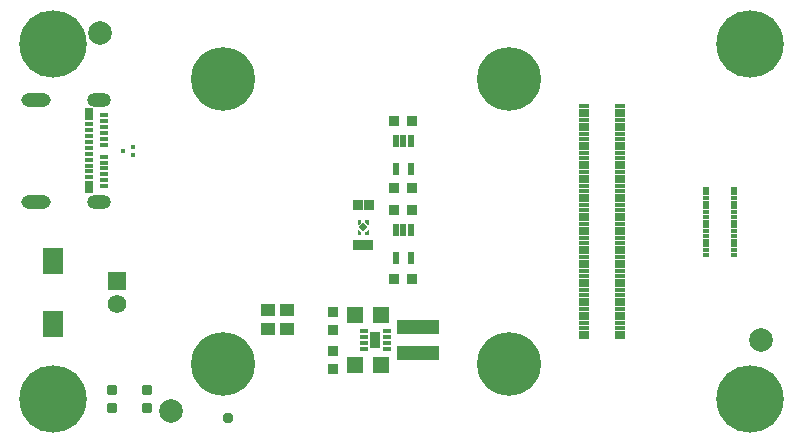
<source format=gbs>
G04*
G04 #@! TF.GenerationSoftware,Altium Limited,Altium Designer,19.1.7 (138)*
G04*
G04 Layer_Color=16711935*
%FSLAX25Y25*%
%MOIN*%
G70*
G01*
G75*
%ADD37C,0.03753*%
%ADD44R,0.03241X0.03241*%
%ADD49R,0.04737X0.04343*%
%ADD50C,0.07874*%
%ADD51C,0.21260*%
%ADD52C,0.22453*%
%ADD53O,0.07874X0.04724*%
%ADD54O,0.09843X0.04724*%
%ADD55C,0.06186*%
%ADD56R,0.06186X0.06186*%
%ADD90R,0.00591X0.00591*%
%ADD91R,0.00591X0.00591*%
%ADD101R,0.03307X0.05669*%
%ADD102R,0.02520X0.01535*%
%ADD103R,0.01575X0.01575*%
%ADD104R,0.01968X0.03937*%
%ADD105R,0.03150X0.01575*%
%ADD106R,0.03150X0.04331*%
G04:AMPARAMS|DCode=107|XSize=35.43mil|YSize=35.43mil|CornerRadius=9.84mil|HoleSize=0mil|Usage=FLASHONLY|Rotation=90.000|XOffset=0mil|YOffset=0mil|HoleType=Round|Shape=RoundedRectangle|*
%AMROUNDEDRECTD107*
21,1,0.03543,0.01575,0,0,90.0*
21,1,0.01575,0.03543,0,0,90.0*
1,1,0.01968,0.00787,0.00787*
1,1,0.01968,0.00787,-0.00787*
1,1,0.01968,-0.00787,-0.00787*
1,1,0.01968,-0.00787,0.00787*
%
%ADD107ROUNDEDRECTD107*%
%ADD108R,0.06706X0.08674*%
%ADD109P,0.03229X4X270.0*%
%ADD110R,0.03753X0.01666*%
%ADD111R,0.02362X0.01260*%
%ADD112R,0.14186X0.04737*%
%ADD113R,0.03792X0.03556*%
%ADD114R,0.03556X0.03792*%
%ADD115R,0.05300X0.05800*%
G36*
X113794Y68150D02*
X113822Y68141D01*
X113831Y68138D01*
X113865Y68120D01*
X113895Y68096D01*
X113895Y68096D01*
X114603Y67387D01*
X114604Y67387D01*
X114616Y67372D01*
X114628Y67357D01*
X114646Y67323D01*
X114649Y67314D01*
X114658Y67286D01*
X114660Y67266D01*
X114662Y67247D01*
X114662Y67247D01*
Y66539D01*
X114658Y66500D01*
X114646Y66463D01*
X114628Y66429D01*
X114604Y66399D01*
X114574Y66374D01*
X114539Y66356D01*
X114502Y66344D01*
X114464Y66341D01*
X113637D01*
X113598Y66344D01*
X113561Y66356D01*
X113527Y66374D01*
X113497Y66399D01*
X113472Y66429D01*
X113454Y66463D01*
X113443Y66500D01*
X113439Y66539D01*
Y67956D01*
X113443Y67994D01*
X113454Y68032D01*
X113472Y68066D01*
X113497Y68096D01*
X113527Y68120D01*
X113561Y68138D01*
X113598Y68150D01*
X113637Y68154D01*
X113755D01*
X113794Y68150D01*
D02*
G37*
G36*
X117061D02*
X117098Y68138D01*
X117133Y68120D01*
X117163Y68096D01*
X117187Y68066D01*
X117206Y68032D01*
X117217Y67994D01*
X117221Y67956D01*
Y66539D01*
X117217Y66500D01*
X117206Y66463D01*
X117187Y66429D01*
X117163Y66399D01*
X117133Y66374D01*
X117098Y66356D01*
X117061Y66344D01*
X117023Y66341D01*
X116196D01*
X116157Y66344D01*
X116120Y66356D01*
X116086Y66374D01*
X116056Y66399D01*
X116032Y66429D01*
X116013Y66463D01*
X116002Y66500D01*
X115998Y66539D01*
Y67247D01*
X115998Y67247D01*
X116000Y67266D01*
X116002Y67286D01*
X116011Y67314D01*
X116013Y67323D01*
X116032Y67357D01*
X116044Y67372D01*
X116056Y67387D01*
X116056Y67387D01*
X116765Y68096D01*
X116765Y68096D01*
X116795Y68120D01*
X116829Y68138D01*
X116838Y68141D01*
X116866Y68150D01*
X116905Y68154D01*
X117023D01*
X117061Y68150D01*
D02*
G37*
G36*
X114502Y71536D02*
X114539Y71524D01*
X114574Y71506D01*
X114604Y71482D01*
X114628Y71451D01*
X114646Y71417D01*
X114658Y71380D01*
X114662Y71342D01*
Y70633D01*
X114662Y70633D01*
X114660Y70614D01*
X114658Y70594D01*
X114649Y70566D01*
X114646Y70557D01*
X114628Y70523D01*
X114604Y70493D01*
X113895Y69784D01*
X113895Y69784D01*
X113881Y69773D01*
X113865Y69760D01*
X113831Y69741D01*
X113794Y69730D01*
X113790Y69730D01*
X113755Y69727D01*
X113755Y69727D01*
X113637D01*
X113598Y69730D01*
X113561Y69741D01*
X113527Y69760D01*
X113497Y69784D01*
X113472Y69814D01*
X113454Y69849D01*
X113443Y69886D01*
X113439Y69924D01*
Y71342D01*
X113443Y71380D01*
X113454Y71417D01*
X113472Y71451D01*
X113497Y71482D01*
X113527Y71506D01*
X113561Y71524D01*
X113598Y71536D01*
X113637Y71539D01*
X114464D01*
X114502Y71536D01*
D02*
G37*
G36*
X117061D02*
X117098Y71524D01*
X117133Y71506D01*
X117163Y71482D01*
X117187Y71451D01*
X117206Y71417D01*
X117217Y71380D01*
X117221Y71342D01*
Y69924D01*
X117217Y69886D01*
X117206Y69849D01*
X117187Y69814D01*
X117163Y69784D01*
X117133Y69760D01*
X117098Y69741D01*
X117061Y69730D01*
X117023Y69727D01*
X116905D01*
X116905Y69727D01*
X116869Y69730D01*
X116866Y69730D01*
X116829Y69741D01*
X116795Y69760D01*
X116778Y69773D01*
X116765Y69784D01*
X116765Y69784D01*
X116056Y70493D01*
X116032Y70523D01*
X116013Y70557D01*
X116011Y70566D01*
X116002Y70594D01*
X116000Y70614D01*
X115998Y70633D01*
X115998Y70633D01*
Y71342D01*
X116002Y71380D01*
X116013Y71417D01*
X116032Y71451D01*
X116056Y71482D01*
X116086Y71506D01*
X116120Y71524D01*
X116157Y71536D01*
X116196Y71539D01*
X117023D01*
X117061Y71536D01*
D02*
G37*
D37*
X70070Y5376D02*
D03*
D44*
X113558Y76381D02*
D03*
X117102D02*
D03*
X117008Y62948D02*
D03*
X113464D02*
D03*
D49*
X90013Y35002D02*
D03*
Y41301D02*
D03*
X83663Y35137D02*
D03*
Y41437D02*
D03*
D50*
X27559Y133858D02*
D03*
X248032Y31496D02*
D03*
X51181Y7874D02*
D03*
D51*
X163779Y118553D02*
D03*
X68504D02*
D03*
Y23278D02*
D03*
X163779D02*
D03*
D52*
X244094Y11811D02*
D03*
X11811D02*
D03*
Y129921D02*
D03*
X244094D02*
D03*
D53*
X27377Y77480D02*
D03*
Y111496D02*
D03*
D54*
X6275Y77480D02*
D03*
Y111496D02*
D03*
D55*
X33268Y43307D02*
D03*
D56*
Y51181D02*
D03*
D90*
X114031Y66932D02*
D03*
D91*
X116629D02*
D03*
X114031Y70948D02*
D03*
X116629D02*
D03*
D101*
X119317Y31417D02*
D03*
D102*
X123057Y34370D02*
D03*
Y32401D02*
D03*
Y30433D02*
D03*
Y28464D02*
D03*
X115576Y34370D02*
D03*
Y32401D02*
D03*
Y30433D02*
D03*
Y28464D02*
D03*
D103*
X38637Y95870D02*
D03*
Y93115D02*
D03*
X35290Y94492D02*
D03*
D104*
X128706Y97880D02*
D03*
X126147D02*
D03*
Y88432D02*
D03*
X131265Y97880D02*
D03*
Y88432D02*
D03*
X131265Y58590D02*
D03*
Y68039D02*
D03*
X126147Y58590D02*
D03*
Y68039D02*
D03*
X128706D02*
D03*
D105*
X28992Y102362D02*
D03*
Y104331D02*
D03*
Y82677D02*
D03*
Y88583D02*
D03*
Y90551D02*
D03*
Y92520D02*
D03*
Y96457D02*
D03*
Y98425D02*
D03*
Y100394D02*
D03*
Y106299D02*
D03*
X23874Y99410D02*
D03*
Y97441D02*
D03*
Y91536D02*
D03*
Y89567D02*
D03*
X28992Y86614D02*
D03*
Y84646D02*
D03*
X23874Y103347D02*
D03*
Y101378D02*
D03*
Y95473D02*
D03*
Y93504D02*
D03*
Y87599D02*
D03*
Y85630D02*
D03*
D106*
Y106693D02*
D03*
Y82284D02*
D03*
D107*
X31496Y14764D02*
D03*
Y8858D02*
D03*
X43307Y14764D02*
D03*
Y8858D02*
D03*
D108*
X11811Y57874D02*
D03*
Y36614D02*
D03*
D109*
X115330Y68940D02*
D03*
D110*
X201043Y40157D02*
D03*
Y38583D02*
D03*
Y35433D02*
D03*
Y33858D02*
D03*
Y54331D02*
D03*
Y52756D02*
D03*
X188720Y49606D02*
D03*
Y48031D02*
D03*
Y40157D02*
D03*
Y38583D02*
D03*
X201043Y103149D02*
D03*
Y101575D02*
D03*
Y107874D02*
D03*
Y106299D02*
D03*
Y98425D02*
D03*
Y96850D02*
D03*
X188720Y98425D02*
D03*
Y96850D02*
D03*
Y103149D02*
D03*
Y101575D02*
D03*
Y107874D02*
D03*
Y106299D02*
D03*
Y109449D02*
D03*
Y104724D02*
D03*
Y100000D02*
D03*
Y95275D02*
D03*
Y93701D02*
D03*
Y92126D02*
D03*
Y90551D02*
D03*
Y88976D02*
D03*
Y87401D02*
D03*
Y85827D02*
D03*
Y84252D02*
D03*
Y82677D02*
D03*
Y81102D02*
D03*
Y79527D02*
D03*
Y77953D02*
D03*
Y76378D02*
D03*
Y74803D02*
D03*
Y73228D02*
D03*
Y71653D02*
D03*
Y70079D02*
D03*
Y68504D02*
D03*
Y66929D02*
D03*
Y65354D02*
D03*
Y63779D02*
D03*
Y62205D02*
D03*
Y60630D02*
D03*
Y59055D02*
D03*
Y57480D02*
D03*
Y55905D02*
D03*
Y54331D02*
D03*
Y52756D02*
D03*
Y51181D02*
D03*
Y46457D02*
D03*
Y41732D02*
D03*
Y37008D02*
D03*
Y35433D02*
D03*
Y33858D02*
D03*
Y32283D02*
D03*
X201043Y109449D02*
D03*
Y104724D02*
D03*
Y100000D02*
D03*
Y95275D02*
D03*
Y93701D02*
D03*
Y92126D02*
D03*
Y90551D02*
D03*
Y88976D02*
D03*
Y87401D02*
D03*
Y85827D02*
D03*
Y84252D02*
D03*
Y82677D02*
D03*
Y81102D02*
D03*
Y79527D02*
D03*
Y77953D02*
D03*
Y76378D02*
D03*
Y74803D02*
D03*
Y73228D02*
D03*
Y71653D02*
D03*
Y70079D02*
D03*
Y68504D02*
D03*
Y66929D02*
D03*
Y65354D02*
D03*
Y63779D02*
D03*
Y62205D02*
D03*
Y60630D02*
D03*
Y59055D02*
D03*
Y57480D02*
D03*
Y55905D02*
D03*
Y51181D02*
D03*
Y46457D02*
D03*
Y41732D02*
D03*
Y37008D02*
D03*
Y32283D02*
D03*
Y49606D02*
D03*
Y48031D02*
D03*
Y44882D02*
D03*
Y43307D02*
D03*
X188720D02*
D03*
Y44882D02*
D03*
D111*
X238976Y75590D02*
D03*
Y74016D02*
D03*
X229528Y75590D02*
D03*
Y78740D02*
D03*
Y81890D02*
D03*
Y80315D02*
D03*
Y77165D02*
D03*
Y74016D02*
D03*
Y72441D02*
D03*
Y70866D02*
D03*
Y69291D02*
D03*
Y67716D02*
D03*
Y66142D02*
D03*
Y64567D02*
D03*
Y62992D02*
D03*
Y61417D02*
D03*
Y59842D02*
D03*
X238976D02*
D03*
Y61417D02*
D03*
Y62992D02*
D03*
Y64567D02*
D03*
Y66142D02*
D03*
Y67716D02*
D03*
Y69291D02*
D03*
Y70866D02*
D03*
Y72441D02*
D03*
Y77165D02*
D03*
Y78740D02*
D03*
Y80315D02*
D03*
Y81890D02*
D03*
D112*
X133597Y26949D02*
D03*
Y35610D02*
D03*
D113*
X105271Y34756D02*
D03*
Y40756D02*
D03*
X105271Y27753D02*
D03*
Y21753D02*
D03*
D114*
X125706Y74708D02*
D03*
X131706D02*
D03*
X131706Y51795D02*
D03*
X125706D02*
D03*
X131706Y104255D02*
D03*
X125706D02*
D03*
X131706Y82133D02*
D03*
X125706D02*
D03*
D115*
X121225Y39729D02*
D03*
X112563D02*
D03*
X121225Y22997D02*
D03*
X112563D02*
D03*
M02*

</source>
